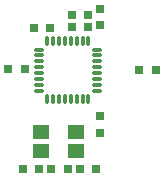
<source format=gtp>
*%FSLAX24Y24*%
*%MOIN*%
G01*
%ADD11C,0.0010*%
%ADD12C,0.0030*%
%ADD13C,0.0043*%
%ADD14C,0.0050*%
%ADD15C,0.0060*%
%ADD16C,0.0070*%
%ADD17C,0.0073*%
%ADD18C,0.0080*%
%ADD19C,0.0100*%
%ADD20C,0.0110*%
%ADD21C,0.0118*%
%ADD22C,0.0150*%
%ADD23C,0.0200*%
%ADD24C,0.0300*%
%ADD25C,0.0360*%
%ADD26C,0.0440*%
%ADD27C,0.0600*%
%ADD28R,0.0300X0.0300*%
%ADD29R,0.0380X0.0380*%
%ADD30R,0.0551X0.0453*%
%ADD31R,0.0631X0.0533*%
%ADD32O,0.0118X0.0354*%
%ADD33O,0.0198X0.0434*%
%ADD34O,0.0354X0.0118*%
%ADD35O,0.0434X0.0198*%
D28*
X19960Y16760D02*
D03*
X20510D02*
D03*
X18660Y14683D02*
D03*
Y15233D02*
D03*
X16978Y18168D02*
D03*
X16620Y13460D02*
D03*
X17020D02*
D03*
X17970D02*
D03*
X17570D02*
D03*
X16141Y16788D02*
D03*
X18660Y18260D02*
D03*
X16070Y13460D02*
D03*
X18520D02*
D03*
X16428Y18168D02*
D03*
X15591Y16788D02*
D03*
X18660Y18810D02*
D03*
X17709Y18187D02*
D03*
X18259D02*
D03*
X17709Y18587D02*
D03*
X18259D02*
D03*
D30*
X16670Y14060D02*
D03*
X17850Y14691D02*
D03*
Y14060D02*
D03*
X16670Y14691D02*
D03*
D32*
X16881Y15799D02*
D03*
X17078D02*
D03*
X17668D02*
D03*
X17865D02*
D03*
X18062D02*
D03*
X17275D02*
D03*
X17472D02*
D03*
X18259D02*
D03*
Y17721D02*
D03*
X18062D02*
D03*
X17472D02*
D03*
X17275D02*
D03*
X17078D02*
D03*
X17865D02*
D03*
X17668D02*
D03*
X16881D02*
D03*
D34*
X18531Y16071D02*
D03*
Y16268D02*
D03*
Y16858D02*
D03*
Y17055D02*
D03*
Y17252D02*
D03*
Y16465D02*
D03*
Y16662D02*
D03*
Y17449D02*
D03*
X16609D02*
D03*
Y17252D02*
D03*
Y16662D02*
D03*
Y16465D02*
D03*
Y16268D02*
D03*
Y17055D02*
D03*
Y16858D02*
D03*
Y16071D02*
D03*
M02*

</source>
